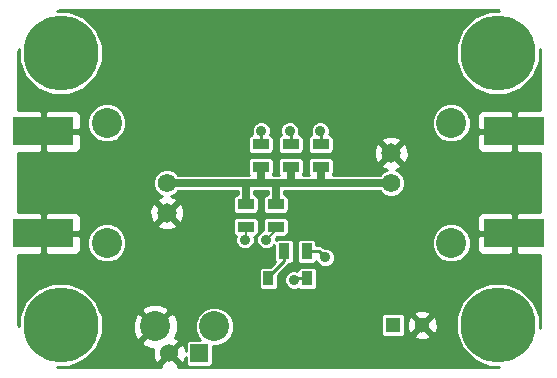
<source format=gbl>
G04 #@! TF.FileFunction,Copper,L2,Bot,Signal*
%FSLAX46Y46*%
G04 Gerber Fmt 4.6, Leading zero omitted, Abs format (unit mm)*
G04 Created by KiCad (PCBNEW 4.0.1-stable) date 2/15/2016 3:27:24 PM*
%MOMM*%
G01*
G04 APERTURE LIST*
%ADD10C,0.150000*%
%ADD11R,1.397000X0.889000*%
%ADD12C,2.540000*%
%ADD13C,6.350000*%
%ADD14R,5.080000X2.413000*%
%ADD15C,1.574800*%
%ADD16C,1.651000*%
%ADD17R,0.909320X1.219200*%
%ADD18R,0.889000X1.397000*%
%ADD19R,1.524000X1.524000*%
%ADD20C,1.524000*%
%ADD21R,1.300000X1.300000*%
%ADD22C,1.300000*%
%ADD23C,0.889000*%
%ADD24C,0.203200*%
%ADD25C,0.254000*%
%ADD26C,0.635000*%
G04 APERTURE END LIST*
D10*
D11*
X22225000Y-18732500D03*
X22225000Y-16827500D03*
X19685000Y-18732500D03*
X19685000Y-16827500D03*
X26035000Y-11747500D03*
X26035000Y-13652500D03*
X23495000Y-11747500D03*
X23495000Y-13652500D03*
X20955000Y-11747500D03*
X20955000Y-13652500D03*
D12*
X17018000Y-27178000D03*
X12018000Y-27178000D03*
D13*
X4000000Y-27030000D03*
X41000000Y-4030000D03*
X4000000Y-4030000D03*
D14*
X2540000Y-10668000D03*
X2540000Y-19304000D03*
D15*
X13000000Y-15030000D03*
D16*
X13000000Y-17570000D03*
D12*
X7920000Y-20110000D03*
X7920000Y-9950000D03*
D14*
X42418000Y-10668000D03*
X42418000Y-19304000D03*
D13*
X41000000Y-27030000D03*
D15*
X32000000Y-15030000D03*
D16*
X32000000Y-12490000D03*
D12*
X37080000Y-9950000D03*
X37080000Y-20110000D03*
D17*
X24876760Y-23114000D03*
X21605240Y-23114000D03*
D18*
X22923500Y-20828000D03*
X24828500Y-20828000D03*
D19*
X15748000Y-29464000D03*
D20*
X13208000Y-29464000D03*
D21*
X32131000Y-27051000D03*
D22*
X34631000Y-27051000D03*
D23*
X27000000Y-18030000D03*
X18161000Y-21463000D03*
X24638000Y-28575000D03*
X2540000Y-21590000D03*
X2540000Y-8382000D03*
X42418000Y-21336000D03*
X42418000Y-8636000D03*
X17600000Y-10230000D03*
X21400000Y-19830000D03*
X19600000Y-19830000D03*
X26416000Y-21336000D03*
X26000000Y-10630000D03*
X23400000Y-10630000D03*
X21000000Y-10630000D03*
X23749000Y-23241000D03*
D24*
X22225000Y-19005000D02*
X22225000Y-18732500D01*
X21400000Y-19830000D02*
X22225000Y-19005000D01*
X19685000Y-19745000D02*
X19685000Y-18732500D01*
X19600000Y-19830000D02*
X19685000Y-19745000D01*
D25*
X24828500Y-20828000D02*
X25908000Y-20828000D01*
X25908000Y-20828000D02*
X26416000Y-21336000D01*
D26*
X19685000Y-16827500D02*
X19685000Y-15030000D01*
X22225000Y-16827500D02*
X22225000Y-15030000D01*
X20955000Y-13652500D02*
X20955000Y-15030000D01*
X23495000Y-13652500D02*
X23495000Y-15030000D01*
X26035000Y-13652500D02*
X26035000Y-15030000D01*
X13000000Y-15030000D02*
X19685000Y-15030000D01*
X19685000Y-15030000D02*
X20955000Y-15030000D01*
X20955000Y-15030000D02*
X22225000Y-15030000D01*
X22225000Y-15030000D02*
X23495000Y-15030000D01*
X23495000Y-15030000D02*
X26035000Y-15030000D01*
X26035000Y-15030000D02*
X32000000Y-15030000D01*
D25*
X26035000Y-10665000D02*
X26035000Y-11747500D01*
X26000000Y-10630000D02*
X26035000Y-10665000D01*
X23495000Y-10725000D02*
X23495000Y-11747500D01*
X23400000Y-10630000D02*
X23495000Y-10725000D01*
X20955000Y-11747500D02*
X20955000Y-10675000D01*
X20955000Y-10675000D02*
X21000000Y-10630000D01*
X21605240Y-23114000D02*
X21605240Y-22971760D01*
X21605240Y-22971760D02*
X22923500Y-21653500D01*
X22923500Y-21653500D02*
X22923500Y-20828000D01*
X23876000Y-23114000D02*
X24876760Y-23114000D01*
X23749000Y-23241000D02*
X23876000Y-23114000D01*
G36*
X41033172Y-394247D02*
X41127349Y-474110D01*
X40295771Y-473384D01*
X38988319Y-1013612D01*
X37987128Y-2013058D01*
X37444619Y-3319565D01*
X37443384Y-4734229D01*
X37983612Y-6041681D01*
X38983058Y-7042872D01*
X40289565Y-7585381D01*
X41704229Y-7586616D01*
X43011681Y-7046388D01*
X44012872Y-6046942D01*
X44555381Y-4740435D01*
X44556274Y-3718079D01*
X44619800Y-4037448D01*
X44619800Y-8826500D01*
X42703750Y-8826500D01*
X42545000Y-8985250D01*
X42545000Y-10541000D01*
X42565000Y-10541000D01*
X42565000Y-10795000D01*
X42545000Y-10795000D01*
X42545000Y-12350750D01*
X42703750Y-12509500D01*
X44619800Y-12509500D01*
X44619800Y-17462500D01*
X42703750Y-17462500D01*
X42545000Y-17621250D01*
X42545000Y-19177000D01*
X42565000Y-19177000D01*
X42565000Y-19431000D01*
X42545000Y-19431000D01*
X42545000Y-20986750D01*
X42703750Y-21145500D01*
X44619800Y-21145500D01*
X44619800Y-26992552D01*
X44564791Y-27269103D01*
X44555785Y-27277680D01*
X44556616Y-26325771D01*
X44016388Y-25018319D01*
X43016942Y-24017128D01*
X41710435Y-23474619D01*
X40295771Y-23473384D01*
X38988319Y-24013612D01*
X37987128Y-25013058D01*
X37444619Y-26319565D01*
X37443384Y-27734229D01*
X37983612Y-29041681D01*
X38983058Y-30042872D01*
X40289565Y-30585381D01*
X41081974Y-30586072D01*
X41028922Y-30636598D01*
X40962552Y-30649800D01*
X13949640Y-30649800D01*
X14008608Y-30444213D01*
X13208000Y-29643605D01*
X12407392Y-30444213D01*
X12466360Y-30649800D01*
X4037448Y-30649800D01*
X3715461Y-30585753D01*
X4704229Y-30586616D01*
X6011681Y-30046388D01*
X7012872Y-29046942D01*
X7229278Y-28525777D01*
X10849828Y-28525777D01*
X10981520Y-28820657D01*
X11689036Y-29092261D01*
X11858967Y-29087814D01*
X11798856Y-29256302D01*
X11826638Y-29811368D01*
X11985603Y-30195143D01*
X12227787Y-30264608D01*
X13028395Y-29464000D01*
X13387605Y-29464000D01*
X14188213Y-30264608D01*
X14430397Y-30195143D01*
X14597536Y-29726659D01*
X14597536Y-30226000D01*
X14624103Y-30367190D01*
X14707546Y-30496865D01*
X14834866Y-30583859D01*
X14986000Y-30614464D01*
X16510000Y-30614464D01*
X16651190Y-30587897D01*
X16780865Y-30504454D01*
X16867859Y-30377134D01*
X16898464Y-30226000D01*
X16898464Y-28828896D01*
X17344963Y-28829286D01*
X17951995Y-28578466D01*
X18416834Y-28114437D01*
X18668713Y-27507845D01*
X18669286Y-26851037D01*
X18483335Y-26401000D01*
X31092536Y-26401000D01*
X31092536Y-27701000D01*
X31119103Y-27842190D01*
X31202546Y-27971865D01*
X31329866Y-28058859D01*
X31481000Y-28089464D01*
X32781000Y-28089464D01*
X32922190Y-28062897D01*
X33051865Y-27979454D01*
X33071979Y-27950016D01*
X33911590Y-27950016D01*
X33967271Y-28180611D01*
X34450078Y-28348622D01*
X34960428Y-28319083D01*
X35294729Y-28180611D01*
X35350410Y-27950016D01*
X34631000Y-27230605D01*
X33911590Y-27950016D01*
X33071979Y-27950016D01*
X33138859Y-27852134D01*
X33169464Y-27701000D01*
X33169464Y-26870078D01*
X33333378Y-26870078D01*
X33362917Y-27380428D01*
X33501389Y-27714729D01*
X33731984Y-27770410D01*
X34451395Y-27051000D01*
X34810605Y-27051000D01*
X35530016Y-27770410D01*
X35760611Y-27714729D01*
X35928622Y-27231922D01*
X35899083Y-26721572D01*
X35760611Y-26387271D01*
X35530016Y-26331590D01*
X34810605Y-27051000D01*
X34451395Y-27051000D01*
X33731984Y-26331590D01*
X33501389Y-26387271D01*
X33333378Y-26870078D01*
X33169464Y-26870078D01*
X33169464Y-26401000D01*
X33142897Y-26259810D01*
X33073514Y-26151984D01*
X33911590Y-26151984D01*
X34631000Y-26871395D01*
X35350410Y-26151984D01*
X35294729Y-25921389D01*
X34811922Y-25753378D01*
X34301572Y-25782917D01*
X33967271Y-25921389D01*
X33911590Y-26151984D01*
X33073514Y-26151984D01*
X33059454Y-26130135D01*
X32932134Y-26043141D01*
X32781000Y-26012536D01*
X31481000Y-26012536D01*
X31339810Y-26039103D01*
X31210135Y-26122546D01*
X31123141Y-26249866D01*
X31092536Y-26401000D01*
X18483335Y-26401000D01*
X18418466Y-26244005D01*
X17954437Y-25779166D01*
X17347845Y-25527287D01*
X16691037Y-25526714D01*
X16084005Y-25777534D01*
X15619166Y-26241563D01*
X15367287Y-26848155D01*
X15366714Y-27504963D01*
X15617534Y-28111995D01*
X15818724Y-28313536D01*
X14986000Y-28313536D01*
X14844810Y-28340103D01*
X14715135Y-28423546D01*
X14628141Y-28550866D01*
X14597536Y-28702000D01*
X14597536Y-29279943D01*
X14589362Y-29116632D01*
X14430397Y-28732857D01*
X14188213Y-28663392D01*
X13387605Y-29464000D01*
X13028395Y-29464000D01*
X13014253Y-29449858D01*
X13193858Y-29270253D01*
X13208000Y-29284395D01*
X14008608Y-28483787D01*
X13939143Y-28241603D01*
X13685045Y-28150950D01*
X13932261Y-27506964D01*
X13912436Y-26749368D01*
X13660657Y-26141520D01*
X13365777Y-26009828D01*
X12197605Y-27178000D01*
X12211748Y-27192143D01*
X12032143Y-27371748D01*
X12018000Y-27357605D01*
X10849828Y-28525777D01*
X7229278Y-28525777D01*
X7555381Y-27740435D01*
X7556159Y-26849036D01*
X10103739Y-26849036D01*
X10123564Y-27606632D01*
X10375343Y-28214480D01*
X10670223Y-28346172D01*
X11838395Y-27178000D01*
X10670223Y-26009828D01*
X10375343Y-26141520D01*
X10103739Y-26849036D01*
X7556159Y-26849036D01*
X7556616Y-26325771D01*
X7351860Y-25830223D01*
X10849828Y-25830223D01*
X12018000Y-26998395D01*
X13186172Y-25830223D01*
X13054480Y-25535343D01*
X12346964Y-25263739D01*
X11589368Y-25283564D01*
X10981520Y-25535343D01*
X10849828Y-25830223D01*
X7351860Y-25830223D01*
X7016388Y-25018319D01*
X6016942Y-24017128D01*
X4710435Y-23474619D01*
X3295771Y-23473384D01*
X1988319Y-24013612D01*
X987128Y-25013058D01*
X444619Y-26319565D01*
X443911Y-27131344D01*
X397633Y-27080195D01*
X380200Y-26992552D01*
X380200Y-21145500D01*
X2254250Y-21145500D01*
X2413000Y-20986750D01*
X2413000Y-19431000D01*
X2667000Y-19431000D01*
X2667000Y-20986750D01*
X2825750Y-21145500D01*
X5206309Y-21145500D01*
X5439698Y-21048827D01*
X5618327Y-20870199D01*
X5715000Y-20636810D01*
X5715000Y-20436963D01*
X6268714Y-20436963D01*
X6519534Y-21043995D01*
X6983563Y-21508834D01*
X7590155Y-21760713D01*
X8246963Y-21761286D01*
X8853995Y-21510466D01*
X9318834Y-21046437D01*
X9570713Y-20439845D01*
X9571286Y-19783037D01*
X9320466Y-19176005D01*
X8856437Y-18711166D01*
X8579605Y-18596215D01*
X12153390Y-18596215D01*
X12230656Y-18844976D01*
X12777131Y-19042340D01*
X13357535Y-19015553D01*
X13769344Y-18844976D01*
X13846610Y-18596215D01*
X13000000Y-17749605D01*
X12153390Y-18596215D01*
X8579605Y-18596215D01*
X8249845Y-18459287D01*
X7593037Y-18458714D01*
X6986005Y-18709534D01*
X6521166Y-19173563D01*
X6269287Y-19780155D01*
X6268714Y-20436963D01*
X5715000Y-20436963D01*
X5715000Y-19589750D01*
X5556250Y-19431000D01*
X2667000Y-19431000D01*
X2413000Y-19431000D01*
X2393000Y-19431000D01*
X2393000Y-19177000D01*
X2413000Y-19177000D01*
X2413000Y-17621250D01*
X2667000Y-17621250D01*
X2667000Y-19177000D01*
X5556250Y-19177000D01*
X5715000Y-19018250D01*
X5715000Y-17971190D01*
X5618327Y-17737801D01*
X5439698Y-17559173D01*
X5206309Y-17462500D01*
X2825750Y-17462500D01*
X2667000Y-17621250D01*
X2413000Y-17621250D01*
X2254250Y-17462500D01*
X380200Y-17462500D01*
X380200Y-17347131D01*
X11527660Y-17347131D01*
X11554447Y-17927535D01*
X11725024Y-18339344D01*
X11973785Y-18416610D01*
X12820395Y-17570000D01*
X13179605Y-17570000D01*
X14026215Y-18416610D01*
X14274976Y-18339344D01*
X14293519Y-18288000D01*
X18598036Y-18288000D01*
X18598036Y-19177000D01*
X18624603Y-19318190D01*
X18708046Y-19447865D01*
X18830185Y-19531319D01*
X18774643Y-19665077D01*
X18774357Y-19993482D01*
X18899767Y-20296998D01*
X19131781Y-20529417D01*
X19435077Y-20655357D01*
X19763482Y-20655643D01*
X20066998Y-20530233D01*
X20299417Y-20298219D01*
X20425357Y-19994923D01*
X20425643Y-19666518D01*
X20383860Y-19565396D01*
X20524690Y-19538897D01*
X20654365Y-19455454D01*
X20673029Y-19428139D01*
X20574643Y-19665077D01*
X20574357Y-19993482D01*
X20699767Y-20296998D01*
X20931781Y-20529417D01*
X21235077Y-20655357D01*
X21563482Y-20655643D01*
X21866998Y-20530233D01*
X22090536Y-20307085D01*
X22090536Y-21526500D01*
X22117103Y-21667690D01*
X22145993Y-21712587D01*
X21742644Y-22115936D01*
X21150580Y-22115936D01*
X21009390Y-22142503D01*
X20879715Y-22225946D01*
X20792721Y-22353266D01*
X20762116Y-22504400D01*
X20762116Y-23723600D01*
X20788683Y-23864790D01*
X20872126Y-23994465D01*
X20999446Y-24081459D01*
X21150580Y-24112064D01*
X22059900Y-24112064D01*
X22201090Y-24085497D01*
X22330765Y-24002054D01*
X22417759Y-23874734D01*
X22448364Y-23723600D01*
X22448364Y-23404482D01*
X22923357Y-23404482D01*
X23048767Y-23707998D01*
X23280781Y-23940417D01*
X23584077Y-24066357D01*
X23912482Y-24066643D01*
X24131783Y-23976030D01*
X24143646Y-23994465D01*
X24270966Y-24081459D01*
X24422100Y-24112064D01*
X25331420Y-24112064D01*
X25472610Y-24085497D01*
X25602285Y-24002054D01*
X25689279Y-23874734D01*
X25719884Y-23723600D01*
X25719884Y-22504400D01*
X25693317Y-22363210D01*
X25609874Y-22233535D01*
X25482554Y-22146541D01*
X25331420Y-22115936D01*
X24422100Y-22115936D01*
X24280910Y-22142503D01*
X24151235Y-22225946D01*
X24064241Y-22353266D01*
X24040930Y-22468381D01*
X23913923Y-22415643D01*
X23585518Y-22415357D01*
X23282002Y-22540767D01*
X23049583Y-22772781D01*
X22923643Y-23076077D01*
X22923357Y-23404482D01*
X22448364Y-23404482D01*
X22448364Y-22847056D01*
X23282710Y-22012710D01*
X23348022Y-21914964D01*
X23368000Y-21914964D01*
X23509190Y-21888397D01*
X23638865Y-21804954D01*
X23725859Y-21677634D01*
X23756464Y-21526500D01*
X23756464Y-20129500D01*
X23995536Y-20129500D01*
X23995536Y-21526500D01*
X24022103Y-21667690D01*
X24105546Y-21797365D01*
X24232866Y-21884359D01*
X24384000Y-21914964D01*
X25273000Y-21914964D01*
X25414190Y-21888397D01*
X25543865Y-21804954D01*
X25630859Y-21677634D01*
X25641749Y-21623859D01*
X25715767Y-21802998D01*
X25947781Y-22035417D01*
X26251077Y-22161357D01*
X26579482Y-22161643D01*
X26882998Y-22036233D01*
X27115417Y-21804219D01*
X27241357Y-21500923D01*
X27241643Y-21172518D01*
X27116233Y-20869002D01*
X26884219Y-20636583D01*
X26580923Y-20510643D01*
X26308826Y-20510406D01*
X26267210Y-20468790D01*
X26219578Y-20436963D01*
X35428714Y-20436963D01*
X35679534Y-21043995D01*
X36143563Y-21508834D01*
X36750155Y-21760713D01*
X37406963Y-21761286D01*
X38013995Y-21510466D01*
X38478834Y-21046437D01*
X38730713Y-20439845D01*
X38731286Y-19783037D01*
X38651422Y-19589750D01*
X39243000Y-19589750D01*
X39243000Y-20636810D01*
X39339673Y-20870199D01*
X39518302Y-21048827D01*
X39751691Y-21145500D01*
X42132250Y-21145500D01*
X42291000Y-20986750D01*
X42291000Y-19431000D01*
X39401750Y-19431000D01*
X39243000Y-19589750D01*
X38651422Y-19589750D01*
X38480466Y-19176005D01*
X38016437Y-18711166D01*
X37409845Y-18459287D01*
X36753037Y-18458714D01*
X36146005Y-18709534D01*
X35681166Y-19173563D01*
X35429287Y-19780155D01*
X35428714Y-20436963D01*
X26219578Y-20436963D01*
X26102403Y-20358669D01*
X25908000Y-20320000D01*
X25661464Y-20320000D01*
X25661464Y-20129500D01*
X25634897Y-19988310D01*
X25551454Y-19858635D01*
X25424134Y-19771641D01*
X25273000Y-19741036D01*
X24384000Y-19741036D01*
X24242810Y-19767603D01*
X24113135Y-19851046D01*
X24026141Y-19978366D01*
X23995536Y-20129500D01*
X23756464Y-20129500D01*
X23729897Y-19988310D01*
X23646454Y-19858635D01*
X23519134Y-19771641D01*
X23368000Y-19741036D01*
X22479000Y-19741036D01*
X22337810Y-19767603D01*
X22225492Y-19839877D01*
X22225625Y-19686875D01*
X22347036Y-19565464D01*
X22923500Y-19565464D01*
X23064690Y-19538897D01*
X23194365Y-19455454D01*
X23281359Y-19328134D01*
X23311964Y-19177000D01*
X23311964Y-18288000D01*
X23285397Y-18146810D01*
X23201954Y-18017135D01*
X23134712Y-17971190D01*
X39243000Y-17971190D01*
X39243000Y-19018250D01*
X39401750Y-19177000D01*
X42291000Y-19177000D01*
X42291000Y-17621250D01*
X42132250Y-17462500D01*
X39751691Y-17462500D01*
X39518302Y-17559173D01*
X39339673Y-17737801D01*
X39243000Y-17971190D01*
X23134712Y-17971190D01*
X23074634Y-17930141D01*
X22923500Y-17899536D01*
X21526500Y-17899536D01*
X21385310Y-17926103D01*
X21255635Y-18009546D01*
X21168641Y-18136866D01*
X21138036Y-18288000D01*
X21138036Y-19045049D01*
X20933002Y-19129767D01*
X20743150Y-19319288D01*
X20771964Y-19177000D01*
X20771964Y-18288000D01*
X20745397Y-18146810D01*
X20661954Y-18017135D01*
X20534634Y-17930141D01*
X20383500Y-17899536D01*
X18986500Y-17899536D01*
X18845310Y-17926103D01*
X18715635Y-18009546D01*
X18628641Y-18136866D01*
X18598036Y-18288000D01*
X14293519Y-18288000D01*
X14472340Y-17792869D01*
X14445553Y-17212465D01*
X14274976Y-16800656D01*
X14026215Y-16723390D01*
X13179605Y-17570000D01*
X12820395Y-17570000D01*
X11973785Y-16723390D01*
X11725024Y-16800656D01*
X11527660Y-17347131D01*
X380200Y-17347131D01*
X380200Y-15261389D01*
X11831398Y-15261389D01*
X12008901Y-15690981D01*
X12337291Y-16019943D01*
X12615682Y-16135541D01*
X12230656Y-16295024D01*
X12153390Y-16543785D01*
X13000000Y-17390395D01*
X13846610Y-16543785D01*
X13769344Y-16295024D01*
X13357773Y-16146382D01*
X13660981Y-16021099D01*
X13954090Y-15728500D01*
X18986500Y-15728500D01*
X18986500Y-15994536D01*
X18845310Y-16021103D01*
X18715635Y-16104546D01*
X18628641Y-16231866D01*
X18598036Y-16383000D01*
X18598036Y-17272000D01*
X18624603Y-17413190D01*
X18708046Y-17542865D01*
X18835366Y-17629859D01*
X18986500Y-17660464D01*
X20383500Y-17660464D01*
X20524690Y-17633897D01*
X20654365Y-17550454D01*
X20741359Y-17423134D01*
X20771964Y-17272000D01*
X20771964Y-16383000D01*
X20745397Y-16241810D01*
X20661954Y-16112135D01*
X20534634Y-16025141D01*
X20383500Y-15994536D01*
X20383500Y-15728500D01*
X21526500Y-15728500D01*
X21526500Y-15994536D01*
X21385310Y-16021103D01*
X21255635Y-16104546D01*
X21168641Y-16231866D01*
X21138036Y-16383000D01*
X21138036Y-17272000D01*
X21164603Y-17413190D01*
X21248046Y-17542865D01*
X21375366Y-17629859D01*
X21526500Y-17660464D01*
X22923500Y-17660464D01*
X23064690Y-17633897D01*
X23194365Y-17550454D01*
X23281359Y-17423134D01*
X23311964Y-17272000D01*
X23311964Y-16383000D01*
X23285397Y-16241810D01*
X23201954Y-16112135D01*
X23074634Y-16025141D01*
X22923500Y-15994536D01*
X22923500Y-15728500D01*
X31046355Y-15728500D01*
X31337291Y-16019943D01*
X31766571Y-16198196D01*
X32231389Y-16198602D01*
X32660981Y-16021099D01*
X32989943Y-15692709D01*
X33168196Y-15263429D01*
X33168602Y-14798611D01*
X32991099Y-14369019D01*
X32662709Y-14040057D01*
X32384318Y-13924459D01*
X32769344Y-13764976D01*
X32846610Y-13516215D01*
X32000000Y-12669605D01*
X31153390Y-13516215D01*
X31230656Y-13764976D01*
X31642227Y-13913618D01*
X31339019Y-14038901D01*
X31045910Y-14331500D01*
X27034397Y-14331500D01*
X27091359Y-14248134D01*
X27121964Y-14097000D01*
X27121964Y-13208000D01*
X27095397Y-13066810D01*
X27011954Y-12937135D01*
X26884634Y-12850141D01*
X26733500Y-12819536D01*
X25336500Y-12819536D01*
X25195310Y-12846103D01*
X25065635Y-12929546D01*
X24978641Y-13056866D01*
X24948036Y-13208000D01*
X24948036Y-14097000D01*
X24974603Y-14238190D01*
X25034646Y-14331500D01*
X24494397Y-14331500D01*
X24551359Y-14248134D01*
X24581964Y-14097000D01*
X24581964Y-13208000D01*
X24555397Y-13066810D01*
X24471954Y-12937135D01*
X24344634Y-12850141D01*
X24193500Y-12819536D01*
X22796500Y-12819536D01*
X22655310Y-12846103D01*
X22525635Y-12929546D01*
X22438641Y-13056866D01*
X22408036Y-13208000D01*
X22408036Y-14097000D01*
X22434603Y-14238190D01*
X22494646Y-14331500D01*
X21954397Y-14331500D01*
X22011359Y-14248134D01*
X22041964Y-14097000D01*
X22041964Y-13208000D01*
X22015397Y-13066810D01*
X21931954Y-12937135D01*
X21804634Y-12850141D01*
X21653500Y-12819536D01*
X20256500Y-12819536D01*
X20115310Y-12846103D01*
X19985635Y-12929546D01*
X19898641Y-13056866D01*
X19868036Y-13208000D01*
X19868036Y-14097000D01*
X19894603Y-14238190D01*
X19954646Y-14331500D01*
X13953645Y-14331500D01*
X13662709Y-14040057D01*
X13233429Y-13861804D01*
X12768611Y-13861398D01*
X12339019Y-14038901D01*
X12010057Y-14367291D01*
X11831804Y-14796571D01*
X11831398Y-15261389D01*
X380200Y-15261389D01*
X380200Y-12509500D01*
X2254250Y-12509500D01*
X2413000Y-12350750D01*
X2413000Y-10795000D01*
X2667000Y-10795000D01*
X2667000Y-12350750D01*
X2825750Y-12509500D01*
X5206309Y-12509500D01*
X5439698Y-12412827D01*
X5618327Y-12234199D01*
X5715000Y-12000810D01*
X5715000Y-10953750D01*
X5556250Y-10795000D01*
X2667000Y-10795000D01*
X2413000Y-10795000D01*
X2393000Y-10795000D01*
X2393000Y-10541000D01*
X2413000Y-10541000D01*
X2413000Y-8985250D01*
X2667000Y-8985250D01*
X2667000Y-10541000D01*
X5556250Y-10541000D01*
X5715000Y-10382250D01*
X5715000Y-10276963D01*
X6268714Y-10276963D01*
X6519534Y-10883995D01*
X6983563Y-11348834D01*
X7590155Y-11600713D01*
X8246963Y-11601286D01*
X8853995Y-11350466D01*
X8901543Y-11303000D01*
X19868036Y-11303000D01*
X19868036Y-12192000D01*
X19894603Y-12333190D01*
X19978046Y-12462865D01*
X20105366Y-12549859D01*
X20256500Y-12580464D01*
X21653500Y-12580464D01*
X21794690Y-12553897D01*
X21924365Y-12470454D01*
X22011359Y-12343134D01*
X22041964Y-12192000D01*
X22041964Y-11303000D01*
X22408036Y-11303000D01*
X22408036Y-12192000D01*
X22434603Y-12333190D01*
X22518046Y-12462865D01*
X22645366Y-12549859D01*
X22796500Y-12580464D01*
X24193500Y-12580464D01*
X24334690Y-12553897D01*
X24464365Y-12470454D01*
X24551359Y-12343134D01*
X24581964Y-12192000D01*
X24581964Y-11303000D01*
X24948036Y-11303000D01*
X24948036Y-12192000D01*
X24974603Y-12333190D01*
X25058046Y-12462865D01*
X25185366Y-12549859D01*
X25336500Y-12580464D01*
X26733500Y-12580464D01*
X26874690Y-12553897D01*
X27004365Y-12470454D01*
X27091359Y-12343134D01*
X27106749Y-12267131D01*
X30527660Y-12267131D01*
X30554447Y-12847535D01*
X30725024Y-13259344D01*
X30973785Y-13336610D01*
X31820395Y-12490000D01*
X32179605Y-12490000D01*
X33026215Y-13336610D01*
X33274976Y-13259344D01*
X33472340Y-12712869D01*
X33445553Y-12132465D01*
X33274976Y-11720656D01*
X33026215Y-11643390D01*
X32179605Y-12490000D01*
X31820395Y-12490000D01*
X30973785Y-11643390D01*
X30725024Y-11720656D01*
X30527660Y-12267131D01*
X27106749Y-12267131D01*
X27121964Y-12192000D01*
X27121964Y-11463785D01*
X31153390Y-11463785D01*
X32000000Y-12310395D01*
X32846610Y-11463785D01*
X32769344Y-11215024D01*
X32222869Y-11017660D01*
X31642465Y-11044447D01*
X31230656Y-11215024D01*
X31153390Y-11463785D01*
X27121964Y-11463785D01*
X27121964Y-11303000D01*
X27095397Y-11161810D01*
X27011954Y-11032135D01*
X26884634Y-10945141D01*
X26772417Y-10922417D01*
X26825357Y-10794923D01*
X26825643Y-10466518D01*
X26747321Y-10276963D01*
X35428714Y-10276963D01*
X35679534Y-10883995D01*
X36143563Y-11348834D01*
X36750155Y-11600713D01*
X37406963Y-11601286D01*
X38013995Y-11350466D01*
X38411403Y-10953750D01*
X39243000Y-10953750D01*
X39243000Y-12000810D01*
X39339673Y-12234199D01*
X39518302Y-12412827D01*
X39751691Y-12509500D01*
X42132250Y-12509500D01*
X42291000Y-12350750D01*
X42291000Y-10795000D01*
X39401750Y-10795000D01*
X39243000Y-10953750D01*
X38411403Y-10953750D01*
X38478834Y-10886437D01*
X38730713Y-10279845D01*
X38731286Y-9623037D01*
X38612351Y-9335190D01*
X39243000Y-9335190D01*
X39243000Y-10382250D01*
X39401750Y-10541000D01*
X42291000Y-10541000D01*
X42291000Y-8985250D01*
X42132250Y-8826500D01*
X39751691Y-8826500D01*
X39518302Y-8923173D01*
X39339673Y-9101801D01*
X39243000Y-9335190D01*
X38612351Y-9335190D01*
X38480466Y-9016005D01*
X38016437Y-8551166D01*
X37409845Y-8299287D01*
X36753037Y-8298714D01*
X36146005Y-8549534D01*
X35681166Y-9013563D01*
X35429287Y-9620155D01*
X35428714Y-10276963D01*
X26747321Y-10276963D01*
X26700233Y-10163002D01*
X26468219Y-9930583D01*
X26164923Y-9804643D01*
X25836518Y-9804357D01*
X25533002Y-9929767D01*
X25300583Y-10161781D01*
X25174643Y-10465077D01*
X25174357Y-10793482D01*
X25232464Y-10934112D01*
X25195310Y-10941103D01*
X25065635Y-11024546D01*
X24978641Y-11151866D01*
X24948036Y-11303000D01*
X24581964Y-11303000D01*
X24555397Y-11161810D01*
X24471954Y-11032135D01*
X24344634Y-10945141D01*
X24193500Y-10914536D01*
X24175689Y-10914536D01*
X24225357Y-10794923D01*
X24225643Y-10466518D01*
X24100233Y-10163002D01*
X23868219Y-9930583D01*
X23564923Y-9804643D01*
X23236518Y-9804357D01*
X22933002Y-9929767D01*
X22700583Y-10161781D01*
X22574643Y-10465077D01*
X22574357Y-10793482D01*
X22639544Y-10951248D01*
X22525635Y-11024546D01*
X22438641Y-11151866D01*
X22408036Y-11303000D01*
X22041964Y-11303000D01*
X22015397Y-11161810D01*
X21931954Y-11032135D01*
X21804634Y-10945141D01*
X21766212Y-10937360D01*
X21825357Y-10794923D01*
X21825643Y-10466518D01*
X21700233Y-10163002D01*
X21468219Y-9930583D01*
X21164923Y-9804643D01*
X20836518Y-9804357D01*
X20533002Y-9929767D01*
X20300583Y-10161781D01*
X20174643Y-10465077D01*
X20174357Y-10793482D01*
X20226693Y-10920145D01*
X20115310Y-10941103D01*
X19985635Y-11024546D01*
X19898641Y-11151866D01*
X19868036Y-11303000D01*
X8901543Y-11303000D01*
X9318834Y-10886437D01*
X9570713Y-10279845D01*
X9571286Y-9623037D01*
X9320466Y-9016005D01*
X8856437Y-8551166D01*
X8249845Y-8299287D01*
X7593037Y-8298714D01*
X6986005Y-8549534D01*
X6521166Y-9013563D01*
X6269287Y-9620155D01*
X6268714Y-10276963D01*
X5715000Y-10276963D01*
X5715000Y-9335190D01*
X5618327Y-9101801D01*
X5439698Y-8923173D01*
X5206309Y-8826500D01*
X2825750Y-8826500D01*
X2667000Y-8985250D01*
X2413000Y-8985250D01*
X2254250Y-8826500D01*
X380200Y-8826500D01*
X380200Y-4037448D01*
X444273Y-3715329D01*
X443384Y-4734229D01*
X983612Y-6041681D01*
X1983058Y-7042872D01*
X3289565Y-7585381D01*
X4704229Y-7586616D01*
X6011681Y-7046388D01*
X7012872Y-6046942D01*
X7555381Y-4740435D01*
X7556616Y-3325771D01*
X7016388Y-2018319D01*
X6016942Y-1017128D01*
X4710435Y-474619D01*
X3688681Y-473727D01*
X3724065Y-442536D01*
X4037448Y-380200D01*
X40962552Y-380200D01*
X41033172Y-394247D01*
X41033172Y-394247D01*
G37*
X41033172Y-394247D02*
X41127349Y-474110D01*
X40295771Y-473384D01*
X38988319Y-1013612D01*
X37987128Y-2013058D01*
X37444619Y-3319565D01*
X37443384Y-4734229D01*
X37983612Y-6041681D01*
X38983058Y-7042872D01*
X40289565Y-7585381D01*
X41704229Y-7586616D01*
X43011681Y-7046388D01*
X44012872Y-6046942D01*
X44555381Y-4740435D01*
X44556274Y-3718079D01*
X44619800Y-4037448D01*
X44619800Y-8826500D01*
X42703750Y-8826500D01*
X42545000Y-8985250D01*
X42545000Y-10541000D01*
X42565000Y-10541000D01*
X42565000Y-10795000D01*
X42545000Y-10795000D01*
X42545000Y-12350750D01*
X42703750Y-12509500D01*
X44619800Y-12509500D01*
X44619800Y-17462500D01*
X42703750Y-17462500D01*
X42545000Y-17621250D01*
X42545000Y-19177000D01*
X42565000Y-19177000D01*
X42565000Y-19431000D01*
X42545000Y-19431000D01*
X42545000Y-20986750D01*
X42703750Y-21145500D01*
X44619800Y-21145500D01*
X44619800Y-26992552D01*
X44564791Y-27269103D01*
X44555785Y-27277680D01*
X44556616Y-26325771D01*
X44016388Y-25018319D01*
X43016942Y-24017128D01*
X41710435Y-23474619D01*
X40295771Y-23473384D01*
X38988319Y-24013612D01*
X37987128Y-25013058D01*
X37444619Y-26319565D01*
X37443384Y-27734229D01*
X37983612Y-29041681D01*
X38983058Y-30042872D01*
X40289565Y-30585381D01*
X41081974Y-30586072D01*
X41028922Y-30636598D01*
X40962552Y-30649800D01*
X13949640Y-30649800D01*
X14008608Y-30444213D01*
X13208000Y-29643605D01*
X12407392Y-30444213D01*
X12466360Y-30649800D01*
X4037448Y-30649800D01*
X3715461Y-30585753D01*
X4704229Y-30586616D01*
X6011681Y-30046388D01*
X7012872Y-29046942D01*
X7229278Y-28525777D01*
X10849828Y-28525777D01*
X10981520Y-28820657D01*
X11689036Y-29092261D01*
X11858967Y-29087814D01*
X11798856Y-29256302D01*
X11826638Y-29811368D01*
X11985603Y-30195143D01*
X12227787Y-30264608D01*
X13028395Y-29464000D01*
X13387605Y-29464000D01*
X14188213Y-30264608D01*
X14430397Y-30195143D01*
X14597536Y-29726659D01*
X14597536Y-30226000D01*
X14624103Y-30367190D01*
X14707546Y-30496865D01*
X14834866Y-30583859D01*
X14986000Y-30614464D01*
X16510000Y-30614464D01*
X16651190Y-30587897D01*
X16780865Y-30504454D01*
X16867859Y-30377134D01*
X16898464Y-30226000D01*
X16898464Y-28828896D01*
X17344963Y-28829286D01*
X17951995Y-28578466D01*
X18416834Y-28114437D01*
X18668713Y-27507845D01*
X18669286Y-26851037D01*
X18483335Y-26401000D01*
X31092536Y-26401000D01*
X31092536Y-27701000D01*
X31119103Y-27842190D01*
X31202546Y-27971865D01*
X31329866Y-28058859D01*
X31481000Y-28089464D01*
X32781000Y-28089464D01*
X32922190Y-28062897D01*
X33051865Y-27979454D01*
X33071979Y-27950016D01*
X33911590Y-27950016D01*
X33967271Y-28180611D01*
X34450078Y-28348622D01*
X34960428Y-28319083D01*
X35294729Y-28180611D01*
X35350410Y-27950016D01*
X34631000Y-27230605D01*
X33911590Y-27950016D01*
X33071979Y-27950016D01*
X33138859Y-27852134D01*
X33169464Y-27701000D01*
X33169464Y-26870078D01*
X33333378Y-26870078D01*
X33362917Y-27380428D01*
X33501389Y-27714729D01*
X33731984Y-27770410D01*
X34451395Y-27051000D01*
X34810605Y-27051000D01*
X35530016Y-27770410D01*
X35760611Y-27714729D01*
X35928622Y-27231922D01*
X35899083Y-26721572D01*
X35760611Y-26387271D01*
X35530016Y-26331590D01*
X34810605Y-27051000D01*
X34451395Y-27051000D01*
X33731984Y-26331590D01*
X33501389Y-26387271D01*
X33333378Y-26870078D01*
X33169464Y-26870078D01*
X33169464Y-26401000D01*
X33142897Y-26259810D01*
X33073514Y-26151984D01*
X33911590Y-26151984D01*
X34631000Y-26871395D01*
X35350410Y-26151984D01*
X35294729Y-25921389D01*
X34811922Y-25753378D01*
X34301572Y-25782917D01*
X33967271Y-25921389D01*
X33911590Y-26151984D01*
X33073514Y-26151984D01*
X33059454Y-26130135D01*
X32932134Y-26043141D01*
X32781000Y-26012536D01*
X31481000Y-26012536D01*
X31339810Y-26039103D01*
X31210135Y-26122546D01*
X31123141Y-26249866D01*
X31092536Y-26401000D01*
X18483335Y-26401000D01*
X18418466Y-26244005D01*
X17954437Y-25779166D01*
X17347845Y-25527287D01*
X16691037Y-25526714D01*
X16084005Y-25777534D01*
X15619166Y-26241563D01*
X15367287Y-26848155D01*
X15366714Y-27504963D01*
X15617534Y-28111995D01*
X15818724Y-28313536D01*
X14986000Y-28313536D01*
X14844810Y-28340103D01*
X14715135Y-28423546D01*
X14628141Y-28550866D01*
X14597536Y-28702000D01*
X14597536Y-29279943D01*
X14589362Y-29116632D01*
X14430397Y-28732857D01*
X14188213Y-28663392D01*
X13387605Y-29464000D01*
X13028395Y-29464000D01*
X13014253Y-29449858D01*
X13193858Y-29270253D01*
X13208000Y-29284395D01*
X14008608Y-28483787D01*
X13939143Y-28241603D01*
X13685045Y-28150950D01*
X13932261Y-27506964D01*
X13912436Y-26749368D01*
X13660657Y-26141520D01*
X13365777Y-26009828D01*
X12197605Y-27178000D01*
X12211748Y-27192143D01*
X12032143Y-27371748D01*
X12018000Y-27357605D01*
X10849828Y-28525777D01*
X7229278Y-28525777D01*
X7555381Y-27740435D01*
X7556159Y-26849036D01*
X10103739Y-26849036D01*
X10123564Y-27606632D01*
X10375343Y-28214480D01*
X10670223Y-28346172D01*
X11838395Y-27178000D01*
X10670223Y-26009828D01*
X10375343Y-26141520D01*
X10103739Y-26849036D01*
X7556159Y-26849036D01*
X7556616Y-26325771D01*
X7351860Y-25830223D01*
X10849828Y-25830223D01*
X12018000Y-26998395D01*
X13186172Y-25830223D01*
X13054480Y-25535343D01*
X12346964Y-25263739D01*
X11589368Y-25283564D01*
X10981520Y-25535343D01*
X10849828Y-25830223D01*
X7351860Y-25830223D01*
X7016388Y-25018319D01*
X6016942Y-24017128D01*
X4710435Y-23474619D01*
X3295771Y-23473384D01*
X1988319Y-24013612D01*
X987128Y-25013058D01*
X444619Y-26319565D01*
X443911Y-27131344D01*
X397633Y-27080195D01*
X380200Y-26992552D01*
X380200Y-21145500D01*
X2254250Y-21145500D01*
X2413000Y-20986750D01*
X2413000Y-19431000D01*
X2667000Y-19431000D01*
X2667000Y-20986750D01*
X2825750Y-21145500D01*
X5206309Y-21145500D01*
X5439698Y-21048827D01*
X5618327Y-20870199D01*
X5715000Y-20636810D01*
X5715000Y-20436963D01*
X6268714Y-20436963D01*
X6519534Y-21043995D01*
X6983563Y-21508834D01*
X7590155Y-21760713D01*
X8246963Y-21761286D01*
X8853995Y-21510466D01*
X9318834Y-21046437D01*
X9570713Y-20439845D01*
X9571286Y-19783037D01*
X9320466Y-19176005D01*
X8856437Y-18711166D01*
X8579605Y-18596215D01*
X12153390Y-18596215D01*
X12230656Y-18844976D01*
X12777131Y-19042340D01*
X13357535Y-19015553D01*
X13769344Y-18844976D01*
X13846610Y-18596215D01*
X13000000Y-17749605D01*
X12153390Y-18596215D01*
X8579605Y-18596215D01*
X8249845Y-18459287D01*
X7593037Y-18458714D01*
X6986005Y-18709534D01*
X6521166Y-19173563D01*
X6269287Y-19780155D01*
X6268714Y-20436963D01*
X5715000Y-20436963D01*
X5715000Y-19589750D01*
X5556250Y-19431000D01*
X2667000Y-19431000D01*
X2413000Y-19431000D01*
X2393000Y-19431000D01*
X2393000Y-19177000D01*
X2413000Y-19177000D01*
X2413000Y-17621250D01*
X2667000Y-17621250D01*
X2667000Y-19177000D01*
X5556250Y-19177000D01*
X5715000Y-19018250D01*
X5715000Y-17971190D01*
X5618327Y-17737801D01*
X5439698Y-17559173D01*
X5206309Y-17462500D01*
X2825750Y-17462500D01*
X2667000Y-17621250D01*
X2413000Y-17621250D01*
X2254250Y-17462500D01*
X380200Y-17462500D01*
X380200Y-17347131D01*
X11527660Y-17347131D01*
X11554447Y-17927535D01*
X11725024Y-18339344D01*
X11973785Y-18416610D01*
X12820395Y-17570000D01*
X13179605Y-17570000D01*
X14026215Y-18416610D01*
X14274976Y-18339344D01*
X14293519Y-18288000D01*
X18598036Y-18288000D01*
X18598036Y-19177000D01*
X18624603Y-19318190D01*
X18708046Y-19447865D01*
X18830185Y-19531319D01*
X18774643Y-19665077D01*
X18774357Y-19993482D01*
X18899767Y-20296998D01*
X19131781Y-20529417D01*
X19435077Y-20655357D01*
X19763482Y-20655643D01*
X20066998Y-20530233D01*
X20299417Y-20298219D01*
X20425357Y-19994923D01*
X20425643Y-19666518D01*
X20383860Y-19565396D01*
X20524690Y-19538897D01*
X20654365Y-19455454D01*
X20673029Y-19428139D01*
X20574643Y-19665077D01*
X20574357Y-19993482D01*
X20699767Y-20296998D01*
X20931781Y-20529417D01*
X21235077Y-20655357D01*
X21563482Y-20655643D01*
X21866998Y-20530233D01*
X22090536Y-20307085D01*
X22090536Y-21526500D01*
X22117103Y-21667690D01*
X22145993Y-21712587D01*
X21742644Y-22115936D01*
X21150580Y-22115936D01*
X21009390Y-22142503D01*
X20879715Y-22225946D01*
X20792721Y-22353266D01*
X20762116Y-22504400D01*
X20762116Y-23723600D01*
X20788683Y-23864790D01*
X20872126Y-23994465D01*
X20999446Y-24081459D01*
X21150580Y-24112064D01*
X22059900Y-24112064D01*
X22201090Y-24085497D01*
X22330765Y-24002054D01*
X22417759Y-23874734D01*
X22448364Y-23723600D01*
X22448364Y-23404482D01*
X22923357Y-23404482D01*
X23048767Y-23707998D01*
X23280781Y-23940417D01*
X23584077Y-24066357D01*
X23912482Y-24066643D01*
X24131783Y-23976030D01*
X24143646Y-23994465D01*
X24270966Y-24081459D01*
X24422100Y-24112064D01*
X25331420Y-24112064D01*
X25472610Y-24085497D01*
X25602285Y-24002054D01*
X25689279Y-23874734D01*
X25719884Y-23723600D01*
X25719884Y-22504400D01*
X25693317Y-22363210D01*
X25609874Y-22233535D01*
X25482554Y-22146541D01*
X25331420Y-22115936D01*
X24422100Y-22115936D01*
X24280910Y-22142503D01*
X24151235Y-22225946D01*
X24064241Y-22353266D01*
X24040930Y-22468381D01*
X23913923Y-22415643D01*
X23585518Y-22415357D01*
X23282002Y-22540767D01*
X23049583Y-22772781D01*
X22923643Y-23076077D01*
X22923357Y-23404482D01*
X22448364Y-23404482D01*
X22448364Y-22847056D01*
X23282710Y-22012710D01*
X23348022Y-21914964D01*
X23368000Y-21914964D01*
X23509190Y-21888397D01*
X23638865Y-21804954D01*
X23725859Y-21677634D01*
X23756464Y-21526500D01*
X23756464Y-20129500D01*
X23995536Y-20129500D01*
X23995536Y-21526500D01*
X24022103Y-21667690D01*
X24105546Y-21797365D01*
X24232866Y-21884359D01*
X24384000Y-21914964D01*
X25273000Y-21914964D01*
X25414190Y-21888397D01*
X25543865Y-21804954D01*
X25630859Y-21677634D01*
X25641749Y-21623859D01*
X25715767Y-21802998D01*
X25947781Y-22035417D01*
X26251077Y-22161357D01*
X26579482Y-22161643D01*
X26882998Y-22036233D01*
X27115417Y-21804219D01*
X27241357Y-21500923D01*
X27241643Y-21172518D01*
X27116233Y-20869002D01*
X26884219Y-20636583D01*
X26580923Y-20510643D01*
X26308826Y-20510406D01*
X26267210Y-20468790D01*
X26219578Y-20436963D01*
X35428714Y-20436963D01*
X35679534Y-21043995D01*
X36143563Y-21508834D01*
X36750155Y-21760713D01*
X37406963Y-21761286D01*
X38013995Y-21510466D01*
X38478834Y-21046437D01*
X38730713Y-20439845D01*
X38731286Y-19783037D01*
X38651422Y-19589750D01*
X39243000Y-19589750D01*
X39243000Y-20636810D01*
X39339673Y-20870199D01*
X39518302Y-21048827D01*
X39751691Y-21145500D01*
X42132250Y-21145500D01*
X42291000Y-20986750D01*
X42291000Y-19431000D01*
X39401750Y-19431000D01*
X39243000Y-19589750D01*
X38651422Y-19589750D01*
X38480466Y-19176005D01*
X38016437Y-18711166D01*
X37409845Y-18459287D01*
X36753037Y-18458714D01*
X36146005Y-18709534D01*
X35681166Y-19173563D01*
X35429287Y-19780155D01*
X35428714Y-20436963D01*
X26219578Y-20436963D01*
X26102403Y-20358669D01*
X25908000Y-20320000D01*
X25661464Y-20320000D01*
X25661464Y-20129500D01*
X25634897Y-19988310D01*
X25551454Y-19858635D01*
X25424134Y-19771641D01*
X25273000Y-19741036D01*
X24384000Y-19741036D01*
X24242810Y-19767603D01*
X24113135Y-19851046D01*
X24026141Y-19978366D01*
X23995536Y-20129500D01*
X23756464Y-20129500D01*
X23729897Y-19988310D01*
X23646454Y-19858635D01*
X23519134Y-19771641D01*
X23368000Y-19741036D01*
X22479000Y-19741036D01*
X22337810Y-19767603D01*
X22225492Y-19839877D01*
X22225625Y-19686875D01*
X22347036Y-19565464D01*
X22923500Y-19565464D01*
X23064690Y-19538897D01*
X23194365Y-19455454D01*
X23281359Y-19328134D01*
X23311964Y-19177000D01*
X23311964Y-18288000D01*
X23285397Y-18146810D01*
X23201954Y-18017135D01*
X23134712Y-17971190D01*
X39243000Y-17971190D01*
X39243000Y-19018250D01*
X39401750Y-19177000D01*
X42291000Y-19177000D01*
X42291000Y-17621250D01*
X42132250Y-17462500D01*
X39751691Y-17462500D01*
X39518302Y-17559173D01*
X39339673Y-17737801D01*
X39243000Y-17971190D01*
X23134712Y-17971190D01*
X23074634Y-17930141D01*
X22923500Y-17899536D01*
X21526500Y-17899536D01*
X21385310Y-17926103D01*
X21255635Y-18009546D01*
X21168641Y-18136866D01*
X21138036Y-18288000D01*
X21138036Y-19045049D01*
X20933002Y-19129767D01*
X20743150Y-19319288D01*
X20771964Y-19177000D01*
X20771964Y-18288000D01*
X20745397Y-18146810D01*
X20661954Y-18017135D01*
X20534634Y-17930141D01*
X20383500Y-17899536D01*
X18986500Y-17899536D01*
X18845310Y-17926103D01*
X18715635Y-18009546D01*
X18628641Y-18136866D01*
X18598036Y-18288000D01*
X14293519Y-18288000D01*
X14472340Y-17792869D01*
X14445553Y-17212465D01*
X14274976Y-16800656D01*
X14026215Y-16723390D01*
X13179605Y-17570000D01*
X12820395Y-17570000D01*
X11973785Y-16723390D01*
X11725024Y-16800656D01*
X11527660Y-17347131D01*
X380200Y-17347131D01*
X380200Y-15261389D01*
X11831398Y-15261389D01*
X12008901Y-15690981D01*
X12337291Y-16019943D01*
X12615682Y-16135541D01*
X12230656Y-16295024D01*
X12153390Y-16543785D01*
X13000000Y-17390395D01*
X13846610Y-16543785D01*
X13769344Y-16295024D01*
X13357773Y-16146382D01*
X13660981Y-16021099D01*
X13954090Y-15728500D01*
X18986500Y-15728500D01*
X18986500Y-15994536D01*
X18845310Y-16021103D01*
X18715635Y-16104546D01*
X18628641Y-16231866D01*
X18598036Y-16383000D01*
X18598036Y-17272000D01*
X18624603Y-17413190D01*
X18708046Y-17542865D01*
X18835366Y-17629859D01*
X18986500Y-17660464D01*
X20383500Y-17660464D01*
X20524690Y-17633897D01*
X20654365Y-17550454D01*
X20741359Y-17423134D01*
X20771964Y-17272000D01*
X20771964Y-16383000D01*
X20745397Y-16241810D01*
X20661954Y-16112135D01*
X20534634Y-16025141D01*
X20383500Y-15994536D01*
X20383500Y-15728500D01*
X21526500Y-15728500D01*
X21526500Y-15994536D01*
X21385310Y-16021103D01*
X21255635Y-16104546D01*
X21168641Y-16231866D01*
X21138036Y-16383000D01*
X21138036Y-17272000D01*
X21164603Y-17413190D01*
X21248046Y-17542865D01*
X21375366Y-17629859D01*
X21526500Y-17660464D01*
X22923500Y-17660464D01*
X23064690Y-17633897D01*
X23194365Y-17550454D01*
X23281359Y-17423134D01*
X23311964Y-17272000D01*
X23311964Y-16383000D01*
X23285397Y-16241810D01*
X23201954Y-16112135D01*
X23074634Y-16025141D01*
X22923500Y-15994536D01*
X22923500Y-15728500D01*
X31046355Y-15728500D01*
X31337291Y-16019943D01*
X31766571Y-16198196D01*
X32231389Y-16198602D01*
X32660981Y-16021099D01*
X32989943Y-15692709D01*
X33168196Y-15263429D01*
X33168602Y-14798611D01*
X32991099Y-14369019D01*
X32662709Y-14040057D01*
X32384318Y-13924459D01*
X32769344Y-13764976D01*
X32846610Y-13516215D01*
X32000000Y-12669605D01*
X31153390Y-13516215D01*
X31230656Y-13764976D01*
X31642227Y-13913618D01*
X31339019Y-14038901D01*
X31045910Y-14331500D01*
X27034397Y-14331500D01*
X27091359Y-14248134D01*
X27121964Y-14097000D01*
X27121964Y-13208000D01*
X27095397Y-13066810D01*
X27011954Y-12937135D01*
X26884634Y-12850141D01*
X26733500Y-12819536D01*
X25336500Y-12819536D01*
X25195310Y-12846103D01*
X25065635Y-12929546D01*
X24978641Y-13056866D01*
X24948036Y-13208000D01*
X24948036Y-14097000D01*
X24974603Y-14238190D01*
X25034646Y-14331500D01*
X24494397Y-14331500D01*
X24551359Y-14248134D01*
X24581964Y-14097000D01*
X24581964Y-13208000D01*
X24555397Y-13066810D01*
X24471954Y-12937135D01*
X24344634Y-12850141D01*
X24193500Y-12819536D01*
X22796500Y-12819536D01*
X22655310Y-12846103D01*
X22525635Y-12929546D01*
X22438641Y-13056866D01*
X22408036Y-13208000D01*
X22408036Y-14097000D01*
X22434603Y-14238190D01*
X22494646Y-14331500D01*
X21954397Y-14331500D01*
X22011359Y-14248134D01*
X22041964Y-14097000D01*
X22041964Y-13208000D01*
X22015397Y-13066810D01*
X21931954Y-12937135D01*
X21804634Y-12850141D01*
X21653500Y-12819536D01*
X20256500Y-12819536D01*
X20115310Y-12846103D01*
X19985635Y-12929546D01*
X19898641Y-13056866D01*
X19868036Y-13208000D01*
X19868036Y-14097000D01*
X19894603Y-14238190D01*
X19954646Y-14331500D01*
X13953645Y-14331500D01*
X13662709Y-14040057D01*
X13233429Y-13861804D01*
X12768611Y-13861398D01*
X12339019Y-14038901D01*
X12010057Y-14367291D01*
X11831804Y-14796571D01*
X11831398Y-15261389D01*
X380200Y-15261389D01*
X380200Y-12509500D01*
X2254250Y-12509500D01*
X2413000Y-12350750D01*
X2413000Y-10795000D01*
X2667000Y-10795000D01*
X2667000Y-12350750D01*
X2825750Y-12509500D01*
X5206309Y-12509500D01*
X5439698Y-12412827D01*
X5618327Y-12234199D01*
X5715000Y-12000810D01*
X5715000Y-10953750D01*
X5556250Y-10795000D01*
X2667000Y-10795000D01*
X2413000Y-10795000D01*
X2393000Y-10795000D01*
X2393000Y-10541000D01*
X2413000Y-10541000D01*
X2413000Y-8985250D01*
X2667000Y-8985250D01*
X2667000Y-10541000D01*
X5556250Y-10541000D01*
X5715000Y-10382250D01*
X5715000Y-10276963D01*
X6268714Y-10276963D01*
X6519534Y-10883995D01*
X6983563Y-11348834D01*
X7590155Y-11600713D01*
X8246963Y-11601286D01*
X8853995Y-11350466D01*
X8901543Y-11303000D01*
X19868036Y-11303000D01*
X19868036Y-12192000D01*
X19894603Y-12333190D01*
X19978046Y-12462865D01*
X20105366Y-12549859D01*
X20256500Y-12580464D01*
X21653500Y-12580464D01*
X21794690Y-12553897D01*
X21924365Y-12470454D01*
X22011359Y-12343134D01*
X22041964Y-12192000D01*
X22041964Y-11303000D01*
X22408036Y-11303000D01*
X22408036Y-12192000D01*
X22434603Y-12333190D01*
X22518046Y-12462865D01*
X22645366Y-12549859D01*
X22796500Y-12580464D01*
X24193500Y-12580464D01*
X24334690Y-12553897D01*
X24464365Y-12470454D01*
X24551359Y-12343134D01*
X24581964Y-12192000D01*
X24581964Y-11303000D01*
X24948036Y-11303000D01*
X24948036Y-12192000D01*
X24974603Y-12333190D01*
X25058046Y-12462865D01*
X25185366Y-12549859D01*
X25336500Y-12580464D01*
X26733500Y-12580464D01*
X26874690Y-12553897D01*
X27004365Y-12470454D01*
X27091359Y-12343134D01*
X27106749Y-12267131D01*
X30527660Y-12267131D01*
X30554447Y-12847535D01*
X30725024Y-13259344D01*
X30973785Y-13336610D01*
X31820395Y-12490000D01*
X32179605Y-12490000D01*
X33026215Y-13336610D01*
X33274976Y-13259344D01*
X33472340Y-12712869D01*
X33445553Y-12132465D01*
X33274976Y-11720656D01*
X33026215Y-11643390D01*
X32179605Y-12490000D01*
X31820395Y-12490000D01*
X30973785Y-11643390D01*
X30725024Y-11720656D01*
X30527660Y-12267131D01*
X27106749Y-12267131D01*
X27121964Y-12192000D01*
X27121964Y-11463785D01*
X31153390Y-11463785D01*
X32000000Y-12310395D01*
X32846610Y-11463785D01*
X32769344Y-11215024D01*
X32222869Y-11017660D01*
X31642465Y-11044447D01*
X31230656Y-11215024D01*
X31153390Y-11463785D01*
X27121964Y-11463785D01*
X27121964Y-11303000D01*
X27095397Y-11161810D01*
X27011954Y-11032135D01*
X26884634Y-10945141D01*
X26772417Y-10922417D01*
X26825357Y-10794923D01*
X26825643Y-10466518D01*
X26747321Y-10276963D01*
X35428714Y-10276963D01*
X35679534Y-10883995D01*
X36143563Y-11348834D01*
X36750155Y-11600713D01*
X37406963Y-11601286D01*
X38013995Y-11350466D01*
X38411403Y-10953750D01*
X39243000Y-10953750D01*
X39243000Y-12000810D01*
X39339673Y-12234199D01*
X39518302Y-12412827D01*
X39751691Y-12509500D01*
X42132250Y-12509500D01*
X42291000Y-12350750D01*
X42291000Y-10795000D01*
X39401750Y-10795000D01*
X39243000Y-10953750D01*
X38411403Y-10953750D01*
X38478834Y-10886437D01*
X38730713Y-10279845D01*
X38731286Y-9623037D01*
X38612351Y-9335190D01*
X39243000Y-9335190D01*
X39243000Y-10382250D01*
X39401750Y-10541000D01*
X42291000Y-10541000D01*
X42291000Y-8985250D01*
X42132250Y-8826500D01*
X39751691Y-8826500D01*
X39518302Y-8923173D01*
X39339673Y-9101801D01*
X39243000Y-9335190D01*
X38612351Y-9335190D01*
X38480466Y-9016005D01*
X38016437Y-8551166D01*
X37409845Y-8299287D01*
X36753037Y-8298714D01*
X36146005Y-8549534D01*
X35681166Y-9013563D01*
X35429287Y-9620155D01*
X35428714Y-10276963D01*
X26747321Y-10276963D01*
X26700233Y-10163002D01*
X26468219Y-9930583D01*
X26164923Y-9804643D01*
X25836518Y-9804357D01*
X25533002Y-9929767D01*
X25300583Y-10161781D01*
X25174643Y-10465077D01*
X25174357Y-10793482D01*
X25232464Y-10934112D01*
X25195310Y-10941103D01*
X25065635Y-11024546D01*
X24978641Y-11151866D01*
X24948036Y-11303000D01*
X24581964Y-11303000D01*
X24555397Y-11161810D01*
X24471954Y-11032135D01*
X24344634Y-10945141D01*
X24193500Y-10914536D01*
X24175689Y-10914536D01*
X24225357Y-10794923D01*
X24225643Y-10466518D01*
X24100233Y-10163002D01*
X23868219Y-9930583D01*
X23564923Y-9804643D01*
X23236518Y-9804357D01*
X22933002Y-9929767D01*
X22700583Y-10161781D01*
X22574643Y-10465077D01*
X22574357Y-10793482D01*
X22639544Y-10951248D01*
X22525635Y-11024546D01*
X22438641Y-11151866D01*
X22408036Y-11303000D01*
X22041964Y-11303000D01*
X22015397Y-11161810D01*
X21931954Y-11032135D01*
X21804634Y-10945141D01*
X21766212Y-10937360D01*
X21825357Y-10794923D01*
X21825643Y-10466518D01*
X21700233Y-10163002D01*
X21468219Y-9930583D01*
X21164923Y-9804643D01*
X20836518Y-9804357D01*
X20533002Y-9929767D01*
X20300583Y-10161781D01*
X20174643Y-10465077D01*
X20174357Y-10793482D01*
X20226693Y-10920145D01*
X20115310Y-10941103D01*
X19985635Y-11024546D01*
X19898641Y-11151866D01*
X19868036Y-11303000D01*
X8901543Y-11303000D01*
X9318834Y-10886437D01*
X9570713Y-10279845D01*
X9571286Y-9623037D01*
X9320466Y-9016005D01*
X8856437Y-8551166D01*
X8249845Y-8299287D01*
X7593037Y-8298714D01*
X6986005Y-8549534D01*
X6521166Y-9013563D01*
X6269287Y-9620155D01*
X6268714Y-10276963D01*
X5715000Y-10276963D01*
X5715000Y-9335190D01*
X5618327Y-9101801D01*
X5439698Y-8923173D01*
X5206309Y-8826500D01*
X2825750Y-8826500D01*
X2667000Y-8985250D01*
X2413000Y-8985250D01*
X2254250Y-8826500D01*
X380200Y-8826500D01*
X380200Y-4037448D01*
X444273Y-3715329D01*
X443384Y-4734229D01*
X983612Y-6041681D01*
X1983058Y-7042872D01*
X3289565Y-7585381D01*
X4704229Y-7586616D01*
X6011681Y-7046388D01*
X7012872Y-6046942D01*
X7555381Y-4740435D01*
X7556616Y-3325771D01*
X7016388Y-2018319D01*
X6016942Y-1017128D01*
X4710435Y-474619D01*
X3688681Y-473727D01*
X3724065Y-442536D01*
X4037448Y-380200D01*
X40962552Y-380200D01*
X41033172Y-394247D01*
M02*

</source>
